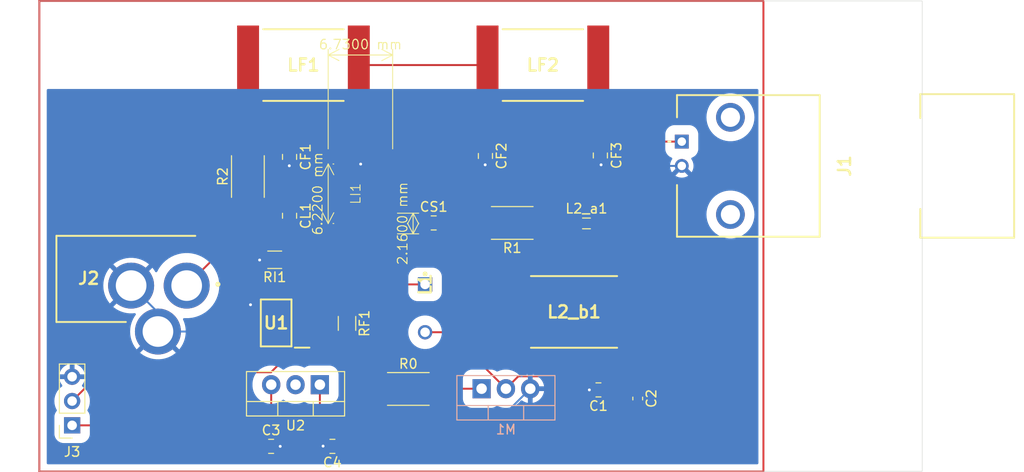
<source format=kicad_pcb>
(kicad_pcb (version 20240108) (generator "pcbnew") (generator_version "8.0")
  (title_block (title "10-meter band Class E amplifier (28-28.5 MHz)") (date "2024-11-20") (rev "alpha") (company "Ben Goldberg") (comment 1 "Input: 3V3 from RPi running FT8Pi") (comment 2 "Four modules: preamp, 12W Class E, impedance matching, low pass filter"))
  (layers (0 "F.Cu" signal) (31 "B.Cu" signal) (34 "B.Paste" user) (35 "F.Paste" user) (36 "B.SilkS" user "B.Silkscreen") (37 "F.SilkS" user "F.Silkscreen") (38 "B.Mask" user) (39 "F.Mask" user) (44 "Edge.Cuts" user))
  (net 0 "")
  (net 1 "0")
  (net 2 "Net-(M1-D)")
  (net 3 "Net-(U1-IN-)")
  (net 4 "GND")
  (net 5 "Net-(U1-OUT)")
  (net 6 "Net-(C2-Pad1)")
  (net 7 "Net-(J3-Pin_1)")
  (net 8 "Net-(U2-VI)")
  (net 9 "Net-(CF1-Pad1)")
  (net 10 "Net-(CF2-Pad1)")
  (net 11 "Net-(CL1-Pad1)")
  (net 12 "Net-(J1-In)")
  (net 13 "Net-(CL1-Pad2)")
  (net 14 "Net-(CS1-Pad2)")
  (net 15 "Net-(J2-POWER)")
  (net 16 "Net-(J3-Pin_2)")
  (net 17 "Net-(L2_a1-Pad1)")
  (net 18 "Net-(M1-G)")
  (footprint "Resistor_SMD:R_2512_6332Metric_Pad1.40x3.35mm_HandSolder" (layer "F.Cu") (at 143.45 96.35)
    (property "Reference" "R0" (at 0 -2.62 0) (layer "F.SilkS"))
    (property "Value" "0")
    (fp_line (start -2.177064 -1.71) (end 2.177064 -1.71) (stroke (width 0.12)) (layer "F.SilkS"))
    (fp_line (start -2.177064 1.71) (end 2.177064 1.71) (stroke (width 0.12)) (layer "F.SilkS"))
    (pad "1" smd roundrect (at -3.05 0) (size 1.4 3.35) (layers "F.Cu" "F.Paste" "F.Mask") (roundrect_rratio 0.178571) (net 5 "Net-(U1-OUT)"))
    (pad "2" smd roundrect (at 3.05 0) (size 1.4 3.35) (layers "F.Cu" "F.Paste" "F.Mask") (roundrect_rratio 0.178571) (net 18 "Net-(M1-G)"))
  )
  (footprint "Capacitor_SMD:C_0805_2012Metric_Pad1.18x1.45mm_HandSolder" (layer "F.Cu") (at 146.1 79)
    (property "Reference" "CS1" (at 0 -1.68 0) (layer "F.SilkS"))
    (property "Value" "200p")
    (fp_line (start -0.261252 -0.735) (end 0.261252 -0.735) (stroke (width 0.12)) (layer "F.SilkS"))
    (fp_line (start -0.261252 0.735) (end 0.261252 0.735) (stroke (width 0.12)) (layer "F.SilkS"))
    (pad "1" smd roundrect (at -1.0375 0) (size 1.175 1.45) (layers "F.Cu" "F.Paste" "F.Mask") (roundrect_rratio 0.212766) (net 13 "Net-(CL1-Pad2)"))
    (pad "2" smd roundrect (at 1.0375 0) (size 1.175 1.45) (layers "F.Cu" "F.Paste" "F.Mask") (roundrect_rratio 0.212766) (net 14 "Net-(CS1-Pad2)"))
  )
  (footprint "Connector_PinSocket_2.54mm:PinSocket_1x03_P2.54mm_Vertical" (layer "F.Cu") (at 108.35 100.155 180)
    (property "Reference" "J3" (at 0 -2.77 0) (layer "F.SilkS"))
    (property "Value" "Conn_01x03_Socket")
    (fp_line (start 1.33 1.27) (end 1.33 6.41) (stroke (width 0.12)) (layer "F.SilkS"))
    (fp_line (start 1.33 -1.33) (end 1.33 0) (stroke (width 0.12)) (layer "F.SilkS"))
    (fp_line (start 0 -1.33) (end 1.33 -1.33) (stroke (width 0.12)) (layer "F.SilkS"))
    (fp_line (start -1.33 6.41) (end 1.33 6.41) (stroke (width 0.12)) (layer "F.SilkS"))
    (fp_line (start -1.33 1.27) (end 1.33 1.27) (stroke (width 0.12)) (layer "F.SilkS"))
    (fp_line (start -1.33 1.27) (end -1.33 6.41) (stroke (width 0.12)) (layer "F.SilkS"))
    (pad "1" thru_hole rect (at 0 0 180) (size 1.7 1.7) (drill 1) (layers "*.Cu" "*.Mask") (net 7 "Net-(J3-Pin_1)"))
    (pad "2" thru_hole oval (at 0 2.54 180) (size 1.7 1.7) (drill 1) (layers "*.Cu" "*.Mask") (net 16 "Net-(J3-Pin_2)"))
    (pad "3" thru_hole oval (at 0 5.08 180) (size 1.7 1.7) (drill 1) (layers "*.Cu" "*.Mask") (net 1 "0"))
  )
  (footprint "Capacitor_SMD:C_0805_2012Metric_Pad1.18x1.45mm_HandSolder" (layer "F.Cu") (at 135.525 102.35 180)
    (property "Reference" "C4" (at 0 -1.68 180) (layer "F.SilkS"))
    (property "Value" "0.33u")
    (fp_line (start -0.261252 0.735) (end 0.261252 0.735) (stroke (width 0.12)) (layer "F.SilkS"))
    (fp_line (start -0.261252 -0.735) (end 0.261252 -0.735) (stroke (width 0.12)) (layer "F.SilkS"))
    (pad "1" smd roundrect (at -1.0375 0 180) (size 1.175 1.45) (layers "F.Cu" "F.Paste" "F.Mask") (roundrect_rratio 0.212766) (net 8 "Net-(U2-VI)"))
    (pad "2" smd roundrect (at 1.0375 0 180) (size 1.175 1.45) (layers "F.Cu" "F.Paste" "F.Mask") (roundrect_rratio 0.212766) (net 1 "0"))
  )
  (footprint "wireinductor0:2929SQ391GEC" (layer "F.Cu") (at 132.5 62.5 180)
    (property "Reference" "LF1" (at 0 0 0) (layer "F.SilkS") (effects (font (size 1.27 1.27) (thickness 0.254))))
    (property "Value" "390n" (hide yes))
    (fp_line (start 4.2 3.745) (end -4.2 3.745) (stroke (width 0.2)) (layer "F.SilkS"))
    (fp_line (start -4.2 -3.745) (end 4.2 -3.745) (stroke (width 0.2)) (layer "F.SilkS"))
    (pad "1" smd rect (at -5.78 0 180) (size 2.29 8.26) (layers "F.Cu" "F.Paste" "F.Mask") (net 10 "Net-(CF2-Pad1)"))
    (pad "2" smd rect (at 5.78 0 180) (size 2.29 8.26) (layers "F.Cu" "F.Paste" "F.Mask") (net 9 "Net-(CF1-Pad1)"))
  )
  (footprint "Capacitor_SMD:C_0805_2012Metric_Pad1.18x1.45mm_HandSolder" (layer "F.Cu") (at 163.3 96.45 180)
    (property "Reference" "C1" (at 0 -1.68 180) (layer "F.SilkS"))
    (property "Value" "10p")
    (fp_line (start -0.261252 0.735) (end 0.261252 0.735) (stroke (width 0.12)) (layer "F.SilkS"))
    (fp_line (start -0.261252 -0.735) (end 0.261252 -0.735) (stroke (width 0.12)) (layer "F.SilkS"))
    (pad "1" smd roundrect (at -1.0375 0 180) (size 1.175 1.45) (layers "F.Cu" "F.Paste" "F.Mask") (roundrect_rratio 0.212766) (net 2 "Net-(M1-D)"))
    (pad "2" smd roundrect (at 1.0375 0 180) (size 1.175 1.45) (layers "F.Cu" "F.Paste" "F.Mask") (roundrect_rratio 0.212766) (net 1 "0"))
  )
  (footprint "wireinductor1:2929SQ501GEC" (layer "F.Cu") (at 160.75 88.3)
    (property "Reference" "L2_b1" (at 0 0 0) (layer "F.SilkS") (effects (font (size 1.27 1.27) (thickness 0.254))))
    (property "Value" "500n" (hide yes))
    (fp_line (start -4.5 -3.745) (end 4.5 -3.745) (stroke (width 0.2)) (layer "F.SilkS"))
    (fp_line (start -4.5 3.745) (end 4.5 3.745) (stroke (width 0.2)) (layer "F.SilkS"))
    (pad "1" smd rect (at -6.605 0) (size 2.29 8.26) (layers "F.Cu" "F.Paste" "F.Mask") (net 17 "Net-(L2_a1-Pad1)"))
    (pad "2" smd rect (at 6.605 0) (size 2.29 8.26) (layers "F.Cu" "F.Paste" "F.Mask") (net 6 "Net-(C2-Pad1)"))
  )
  (footprint "Capacitor_SMD:C_0805_2012Metric_Pad1.18x1.45mm_HandSolder" (layer "F.Cu") (at 131.05 78.25 -90)
    (property "Reference" "CL1" (at 0 -1.68 -90) (layer "F.SilkS"))
    (property "Value" "110p")
    (fp_line (start -0.261252 0.735) (end 0.261252 0.735) (stroke (width 0.12)) (layer "F.SilkS"))
    (fp_line (start -0.261252 -0.735) (end 0.261252 -0.735) (stroke (width 0.12)) (layer "F.SilkS"))
    (pad "1" smd roundrect (at -1.0375 0 270) (size 1.175 1.45) (layers "F.Cu" "F.Paste" "F.Mask") (roundrect_rratio 0.212766) (net 11 "Net-(CL1-Pad1)"))
    (pad "2" smd roundrect (at 1.0375 0 270) (size 1.175 1.45) (layers "F.Cu" "F.Paste" "F.Mask") (roundrect_rratio 0.212766) (net 13 "Net-(CL1-Pad2)"))
  )
  (footprint "Resistor_SMD:R_2512_6332Metric_Pad1.40x3.35mm_HandSolder" (layer "F.Cu") (at 154.3 79 180)
    (property "Reference" "R1" (at 0 -2.62 180) (layer "F.SilkS"))
    (property "Value" "0")
    (fp_line (start -2.177064 1.71) (end 2.177064 1.71) (stroke (width 0.12)) (layer "F.SilkS"))
    (fp_line (start -2.177064 -1.71) (end 2.177064 -1.71) (stroke (width 0.12)) (layer "F.SilkS"))
    (pad "1" smd roundrect (at -3.05 0 180) (size 1.4 3.35) (layers "F.Cu" "F.Paste" "F.Mask") (roundrect_rratio 0.178571) (net 17 "Net-(L2_a1-Pad1)"))
    (pad "2" smd roundrect (at 3.05 0 180) (size 1.4 3.35) (layers "F.Cu" "F.Paste" "F.Mask") (roundrect_rratio 0.178571) (net 14 "Net-(CS1-Pad2)"))
  )
  (footprint "Capacitor_SMD:C_0805_2012Metric_Pad1.18x1.45mm_HandSolder" (layer "F.Cu") (at 131.05 72.1 -90)
    (property "Reference" "CF1" (at 0 -1.68 -90) (layer "F.SilkS"))
    (property "Value" "120p")
    (fp_line (start -0.261252 0.735) (end 0.261252 0.735) (stroke (width 0.12)) (layer "F.SilkS"))
    (fp_line (start -0.261252 -0.735) (end 0.261252 -0.735) (stroke (width 0.12)) (layer "F.SilkS"))
    (pad "1" smd roundrect (at -1.0375 0 270) (size 1.175 1.45) (layers "F.Cu" "F.Paste" "F.Mask") (roundrect_rratio 0.212766) (net 9 "Net-(CF1-Pad1)"))
    (pad "2" smd roundrect (at 1.0375 0 270) (size 1.175 1.45) (layers "F.Cu" "F.Paste" "F.Mask") (roundrect_rratio 0.212766) (net 1 "0"))
  )
  (footprint "barreljack:694106301002_1" (layer "F.Cu") (at 106.7095 89.35)
    (property "Reference" "J2" (at 3.376 -4.559 0) (layer "F.SilkS") (effects (font (size 1.27 1.27) (thickness 0.254))))
    (property "Value" "694106301002" (hide yes))
    (fp_line (start 0 -9) (end 14.5 -9) (stroke (width 0.2)) (layer "F.SilkS"))
    (fp_line (start 0 0) (end 0 -9) (stroke (width 0.2)) (layer "F.SilkS"))
    (fp_line (start 7.25 0) (end 0 0) (stroke (width 0.2)) (layer "F.SilkS"))
    (fp_circle (center 16.867 -3.939) (end 16.867 -3.875) (stroke (width 0.2)) (fill none) (layer "F.SilkS"))
    (pad "1" thru_hole circle (at 13.6 -3.8) (size 4.8 4.8) (drill 3.2) (layers "*.Cu" "*.Mask") (net 15 "Net-(J2-POWER)"))
    (pad "2" thru_hole circle (at 7.8 -3.8) (size 4.8 4.8) (drill 3.2) (layers "*.Cu" "*.Mask") (net 1 "0"))
    (pad "3" thru_hole circle (at 10.6 1) (size 4.8 4.8) (drill 3.2) (layers "*.Cu" "*.Mask") (net 1 "0"))
  )
  (footprint "Capacitor_SMD:C_0805_2012Metric_Pad1.18x1.45mm_HandSolder" (layer "F.Cu") (at 129.125 102.35)
    (property "Reference" "C3" (at 0 -1.68 0) (layer "F.SilkS"))
    (property "Value" "0.1u")
    (fp_line (start -0.261252 -0.735) (end 0.261252 -0.735) (stroke (width 0.12)) (layer "F.SilkS"))
    (fp_line (start -0.261252 0.735) (end 0.261252 0.735) (stroke (width 0.12)) (layer "F.SilkS"))
    (pad "1" smd roundrect (at -1.0375 0) (size 1.175 1.45) (layers "F.Cu" "F.Paste" "F.Mask") (roundrect_rratio 0.212766) (net 7 "Net-(J3-Pin_1)"))
    (pad "2" smd roundrect (at 1.0375 0) (size 1.175 1.45) (layers "F.Cu" "F.Paste" "F.Mask") (roundrect_rratio 0.212766) (net 1 "0"))
  )
  (footprint "BNC:CONBNC002" (layer "F.Cu") (at 172 70.5 -90)
    (property "Reference" "J1" (at 2.54 -16.989 90) (layer "F.SilkS") (effects (font (size 1.27 1.27) (thickness 0.254))))
    (property "Value" "Conn_Coaxial_Small" (hide yes))
    (fp_line (start 0 1.4) (end 0 1.2) (stroke (width 0.2)) (layer "F.SilkS"))
    (fp_line (start 0 1.2) (end 0 1.4) (stroke (width 0.2)) (layer "F.SilkS"))
    (fp_line (start -4.86 0.5) (end -2.54 0.5) (stroke (width 0.2)) (layer "F.SilkS"))
    (fp_line (start -4.86 0.5) (end -4.86 -14.4) (stroke (width 0.2)) (layer "F.SilkS"))
    (fp_line (start 9.94 0.5) (end 4.54 0.5) (stroke (width 0.2)) (layer "F.SilkS"))
    (fp_line (start -4.86 -14.4) (end 9.94 -14.4) (stroke (width 0.2)) (layer "F.SilkS"))
    (fp_line (start 9.94 -14.4) (end 9.94 0.5) (stroke (width 0.2)) (layer "F.SilkS"))
    (fp_line (start -4.96 -24.9) (end -4.96 -34.7) (stroke (width 0.2)) (layer "F.SilkS"))
    (fp_line (start -2.46 -24.9) (end -4.96 -24.9) (stroke (width 0.2)) (layer "F.SilkS"))
    (fp_line (start 7.54 -24.9) (end 7.04 -24.9) (stroke (width 0.2)) (layer "F.SilkS"))
    (fp_line (start 10.04 -24.9) (end 7.54 -24.9) (stroke (width 0.2)) (layer "F.SilkS"))
    (fp_line (start -4.96 -34.7) (end 10.04 -34.7) (stroke (width 0.2)) (layer "F.SilkS"))
    (fp_line (start 10.04 -34.7) (end 10.04 -24.9) (stroke (width 0.2)) (layer "F.SilkS"))
    (pad "1" thru_hole rect (at 0 0 270) (size 1.446 1.446) (drill 0.89) (layers "*.Cu" "*.Mask") (net 12 "Net-(J1-In)"))
    (pad "2" thru_hole circle (at 2.54 0 270) (size 1.446 1.446) (drill 0.89) (layers "*.Cu" "*.Mask") (net 1 "0"))
    (pad "MH1" thru_hole circle (at -2.54 -5.08 270) (size 3 3) (drill 2) (layers "*.Cu" "*.Mask"))
    (pad "MH2" thru_hole circle (at 7.62 -5.08 270) (size 3 3) (drill 2) (layers "*.Cu" "*.Mask"))
  )
  (footprint "Capacitor_SMD:C_0805_2012Metric_Pad1.18x1.45mm_HandSolder" (layer "F.Cu") (at 151.5 72 -90)
    (property "Reference" "CF2" (at 0 -1.68 -90) (layer "F.SilkS"))
    (property "Value" "220p")
    (fp_line (start -0.261252 0.735) (end 0.261252 0.735) (stroke (width 0.12)) (layer "F.SilkS"))
    (fp_line (start -0.261252 -0.735) (end 0.261252 -0.735) (stroke (width 0.12)) (layer "F.SilkS"))
    (pad "1" smd roundrect (at -1.0375 0 270) (size 1.175 1.45) (layers "F.Cu" "F.Paste" "F.Mask") (roundrect_rratio 0.212766) (net 10 "Net-(CF2-Pad1)"))
    (pad "2" smd roundrect (at 1.0375 0 270) (size 1.175 1.45) (layers "F.Cu" "F.Paste" "F.Mask") (roundrect_rratio 0.212766) (net 1 "0"))
  )
  (footprint "Capacitor_SMD:C_0805_2012Metric_Pad1.18x1.45mm_HandSolder" (layer "F.Cu") (at 163.5 71.95 -90)
    (property "Reference" "CF3" (at 0 -1.68 -90) (layer "F.SilkS"))
    (property "Value" "120p")
    (fp_line (start -0.261252 0.735) (end 0.261252 0.735) (stroke (width 0.12)) (layer "F.SilkS"))
    (fp_line (start -0.261252 -0.735) (end 0.261252 -0.735) (stroke (width 0.12)) (layer "F.SilkS"))
    (pad "1" smd roundrect (at -1.0375 0 270) (size 1.175 1.45) (layers "F.Cu" "F.Paste" "F.Mask") (roundrect_rratio 0.212766) (net 12 "Net-(J1-In)"))
    (pad "2" smd roundrect (at 1.0375 0 270) (size 1.175 1.45) (layers "F.Cu" "F.Paste" "F.Mask") (roundrect_rratio 0.212766) (net 1 "0"))
  )
  (footprint "LT1818:SOIC127P599X175-8N" (layer "F.Cu") (at 129.65 89.45 180)
    (property "Reference" "U1" (at 0 0 0) (layer "F.SilkS") (effects (font (size 1.27 1.27) (thickness 0.254))))
    (property "Value" "LT1818" (hide yes))
    (fp_line (start 1.6 2.451) (end -1.6 2.451) (stroke (width 0.2)) (layer "F.SilkS"))
    (fp_line (start 1.6 -2.451) (end 1.6 2.451) (stroke (width 0.2)) (layer "F.SilkS"))
    (fp_line (start -1.6 2.451) (end -1.6 -2.451) (stroke (width 0.2)) (layer "F.SilkS"))
    (fp_line (start -1.6 -2.451) (end 1.6 -2.451) (stroke (width 0.2)) (layer "F.SilkS"))
    (fp_line (start -3.475 -2.58) (end -1.95 -2.58) (stroke (width 0.2)) (layer "F.SilkS"))
    (pad "1" smd rect (at -2.712 -1.905 270) (size 0.65 1.526) (layers "F.Cu" "F.Paste" "F.Mask") (net 16 "Net-(J3-Pin_2)"))
    (pad "2" smd rect (at -2.712 -0.635 270) (size 0.65 1.526) (layers "F.Cu" "F.Paste" "F.Mask") (net 3 "Net-(U1-IN-)"))
    (pad "3" smd rect (at -2.712 0.635 270) (size 0.65 1.526) (layers "F.Cu" "F.Paste" "F.Mask") (net 5 "Net-(U1-OUT)"))
    (pad "4" smd rect (at -2.712 1.905 270) (size 0.65 1.526) (layers "F.Cu" "F.Paste" "F.Mask") (net 15 "Net-(J2-POWER)"))
    (pad "5" smd rect (at 2.712 1.905 270) (size 0.65 1.526) (layers "F.Cu" "F.Paste" "F.Mask") (net 1 "0"))
    (pad "6" smd rect (at 2.712 0.635 270) (size 0.65 1.526) (layers "F.Cu" "F.Paste" "F.Mask"))
    (pad "7" smd rect (at 2.712 -0.635 270) (size 0.65 1.526) (layers "F.Cu" "F.Paste" "F.Mask"))
    (pad "8" smd rect (at 2.712 -1.905 270) (size 0.65 1.526) (layers "F.Cu" "F.Paste" "F.Mask"))
  )
  (footprint "Resistor_SMD:R_2512_6332Metric_Pad1.40x3.35mm_HandSolder" (layer "F.Cu") (at 126.7 74.15 90)
    (property "Reference" "R2" (at 0 -2.62 90) (layer "F.SilkS"))
    (property "Value" "0")
    (fp_line (start -2.177064 -1.71) (end 2.177064 -1.71) (stroke (width 0.12)) (layer "F.SilkS"))
    (fp_line (start -2.177064 1.71) (end 2.177064 1.71) (stroke (width 0.12)) (layer "F.SilkS"))
    (pad "1" smd roundrect (at -3.05 0 90) (size 1.4 3.35) (layers "F.Cu" "F.Paste" "F.Mask") (roundrect_rratio 0.178571) (net 11 "Net-(CL1-Pad1)"))
    (pad "2" smd roundrect (at 3.05 0 90) (size 1.4 3.35) (layers "F.Cu" "F.Paste" "F.Mask") (roundrect_rratio 0.178571) (net 9 "Net-(CF1-Pad1)"))
  )
  (footprint "Capacitor_SMD:C_0603_1608Metric_Pad1.08x0.95mm_HandSolder" (layer "F.Cu") (at 167.4 97.35 -90)
    (property "Reference" "C2" (at 0 -1.43 -90) (layer "F.SilkS"))
    (property "Value" "100pF")
    (fp_line (start -0.146267 0.51) (end 0.146267 0.51) (stroke (width 0.12)) (layer "F.SilkS"))
    (fp_line (start -0.146267 -0.51) (end 0.146267 -0.51) (stroke (width 0.12)) (layer "F.SilkS"))
    (pad "1" smd roundrect (at -0.8625 0 270) (size 1.075 0.95) (layers "F.Cu" "F.Paste" "F.Mask") (net 6 "Net-(C2-Pad1)"))
    (pad "2" smd roundrect (at 0.8625 0 270) (size 1.075 0.95) (layers "F.Cu" "F.Paste" "F.Mask") (net 2 "Net-(M1-D)"))
  )
  (footprint "Package_TO_SOT_THT:TO-220-3_Vertical" (layer "F.Cu") (at 134.215 95.905 180)
    (property "Reference" "U2" (at 2.54 -4.27 0) (layer "F.SilkS"))
    (property "Value" "LM7805_TO220")
    (fp_line (start 7.66 -3.27) (end 7.66 1.371) (stroke (width 0.12)) (layer "F.SilkS"))
    (fp_line (start 4.391 -3.27) (end 4.391 -1.76) (stroke (width 0.12)) (layer "F.SilkS"))
    (fp_line (start 0.69 -3.27) (end 0.69 -1.76) (stroke (width 0.12)) (layer "F.SilkS"))
    (fp_line (start -2.58 1.371) (end 7.66 1.371) (stroke (width 0.12)) (layer "F.SilkS"))
    (fp_line (start -2.58 -1.76) (end 7.66 -1.76) (stroke (width 0.12)) (layer "F.SilkS"))
    (fp_line (start -2.58 -3.27) (end 7.66 -3.27) (stroke (width 0.12)) (layer "F.SilkS"))
    (fp_line (start -2.58 -3.27) (end -2.58 1.371) (stroke (width 0.12)) (layer "F.SilkS"))
    (pad "1" thru_hole rect (at 0 0 180) (size 1.905 2) (drill 1.1) (layers "*.Cu" "*.Mask") (net 8 "Net-(U2-VI)"))
    (pad "2" thru_hole oval (at 2.54 0 180) (size 1.905 2) (drill 1.1) (layers "*.Cu" "*.Mask") (net 4 "GND"))
    (pad "3" thru_hole oval (at 5.08 0 180) (size 1.905 2) (drill 1.1) (layers "*.Cu" "*.Mask") (net 7 "Net-(J3-Pin_1)"))
  )
  (footprint "Inductor_SMD:L_0805_2012Metric_Pad1.05x1.20mm_HandSolder" (layer "F.Cu") (at 162.05 79.05)
    (property "Reference" "L2_a1" (at 0 -1.55 0) (layer "F.SilkS"))
    (property "Value" "1.5µ")
    (fp_line (start -0.410242 -0.56) (end 0.410242 -0.56) (stroke (width 0.12)) (layer "F.SilkS"))
    (fp_line (start -0.410242 0.56) (end 0.410242 0.56) (stroke (width 0.12)) (layer "F.SilkS"))
    (pad "1" smd roundrect (at -1.15 0) (size 1.05 1.2) (layers "F.Cu" "F.Paste" "F.Mask") (roundrect_rratio 0.238095) (net 17 "Net-(L2_a1-Pad1)"))
    (pad "2" smd roundrect (at 1.15 0) (size 1.05 1.2) (layers "F.Cu" "F.Paste" "F.Mask") (roundrect_rratio 0.238095) (net 6 "Net-(C2-Pad1)"))
  )
  (footprint "custom:130nH_WLQC2222H0GR13LB" (layer "F.Cu") (at 138.45 75.95 90)
    (property "Reference" "LI1" (at 0 -0.5 90) (layer "F.SilkS") (effects (font (thickness 0.1))))
    (property "Value" "130n")
    (dimension (type aligned) (layer "F.SilkS") (pts (xy 141.815 80.14) (xy 141.815 77.98)) (height 2.135) (gr_text "2.1600 mm" (at 142.85 79.06 90) (layer "F.SilkS") (effects (font (size 1 1) (thickness 0.1)))) (format (prefix "") (suffix "") (units 3) (units_format 1) (precision 4)) (style (thickness 0.1) (arrow_length 1.27) (text_position_mode 0) (extension_height 0.58642) (extension_offset 0.5) keep_text_aligned))
    (dimension (type aligned) (layer "F.SilkS") (pts (xy 135.085 72.84) (xy 135.085 79.06)) (height 0) (gr_text "6.2200 mm" (at 133.985 75.95 90) (layer "F.SilkS") (effects (font (size 1 1) (thickness 0.1)))) (format (prefix "") (suffix "") (units 3) (units_format 1) (precision 4)) (style (thickness 0.1) (arrow_length 1.27) (text_position_mode 0) (extension_height 0.58642) (extension_offset 0.5) keep_text_aligned))
    (dimension (type aligned) (layer "F.SilkS") (pts (xy 135.085 71.76) (xy 141.815 71.76)) (height -10.31) (gr_text "6.7300 mm" (at 138.45 60.35 0) (layer "F.SilkS") (effects (font (size 1 1) (thickness 0.1)))) (format (prefix "") (suffix "") (units 3) (units_format 1) (precision 4)) (style (thickness 0.1) (arrow_length 1.27) (text_position_mode 0) (extension_height 0.58642) (extension_offset 0.5) keep_text_aligned))
    (pad "1" smd rect (at -3.11 0 90) (size 2.16 6.73) (layers "F.Cu" "F.Paste" "F.Mask") (net 13 "Net-(CL1-Pad2)"))
    (pad "2" smd rect (at 3.11 0 90) (size 2.16 6.73) (layers "F.Cu" "F.Paste" "F.Mask") (net 1 "0"))
  )
  (footprint "10uH:B82144B__6.5D_" (layer "F.Cu") (at 145.2 85.425 -90)
    (property "Reference" "L1" (at 0 0 90) (layer "F.SilkS") (effects (font (size 1.27 1.27) (thickness 0.254))))
    (property "Value" "10µH" (hide yes))
    (fp_circle (center -1.1 0) (end -1.1 0.05) (stroke (width 0.2)) (fill none) (layer "F.SilkS"))
    (pad "1" thru_hole rect (at 0 0 270) (size 1.5 1.5) (drill 1) (layers "*.Cu" "*.Mask") (net 15 "Net-(J2-POWER)"))
    (pad "2" thru_hole circle (at 5 0 270) (size 1.5 1.5) (drill 1) (layers "*.Cu" "*.Mask") (net 2 "Net-(M1-D)"))
  )
  (footprint "Resistor_SMD:R_1206_3216Metric_Pad1.30x1.75mm_HandSolder" (layer "F.Cu") (at 129.5 82.85 180)
    (property "Reference" "RI1" (at 0 -1.82 0) (layer "F.SilkS"))
    (property "Value" "1k")
    (fp_line (start -0.727064 0.91) (end 0.727064 0.91) (stroke (width 0.12)) (layer "F.SilkS"))
    (fp_line (start -0.727064 -0.91) (end 0.727064 -0.91) (stroke (width 0.12)) (layer "F.SilkS"))
    (pad "1" smd roundrect (at -1.55 0 180) (size 1.3 1.75) (layers "F.Cu" "F.Paste" "F.Mask") (roundrect_rratio 0.192308) (net 3 "Net-(U1-IN-)"))
    (pad "2" smd roundrect (at 1.55 0 180) (size 1.3 1.75) (layers "F.Cu" "F.Paste" "F.Mask") (roundrect_rratio 0.192308) (net 1 "0"))
  )
  (footprint "wireinductor0:2929SQ391GEC" (layer "F.Cu") (at 157.5 62.5 180)
    (property "Reference" "LF2" (at 0 0 0) (layer "F.SilkS") (effects (font (size 1.27 1.27) (thickness 0.254))))
    (property "Value" "390n" (hide yes))
    (fp_line (start 4.2 3.745) (end -4.2 3.745) (stroke (width 0.2)) (layer "F.SilkS"))
    (fp_line (start -4.2 -3.745) (end 4.2 -3.745) (stroke (width 0.2)) (layer "F.SilkS"))
    (pad "1" smd rect (at -5.78 0 180) (size 2.29 8.26) (layers "F.Cu" "F.Paste" "F.Mask") (net 12 "Net-(J1-In)"))
    (pad "2" smd rect (at 5.78 0 180) (size 2.29 8.26) (layers "F.Cu" "F.Paste" "F.Mask") (net 10 "Net-(CF2-Pad1)"))
  )
  (footprint "Resistor_SMD:R_1206_3216Metric_Pad1.30x1.75mm_HandSolder" (layer "F.Cu") (at 137.05 89.5 -90)
    (property "Reference" "RF1" (at 0 -1.82 90) (layer "F.SilkS"))
    (property "Value" "3.3k")
    (fp_line (start -0.727064 0.91) (end 0.727064 0.91) (stroke (width 0.12)) (layer "F.SilkS"))
    (fp_line (start -0.727064 -0.91) (end 0.727064 -0.91) (stroke (width 0.12)) (layer "F.SilkS"))
    (pad "1" smd roundrect (at -1.55 0 270) (size 1.3 1.75) (layers "F.Cu" "F.Paste" "F.Mask") (roundrect_rratio 0.192308) (net 5 "Net-(U1-OUT)"))
    (pad "2" smd roundrect (at 1.55 0 270) (size 1.3 1.75) (layers "F.Cu" "F.Paste" "F.Mask") (roundrect_rratio 0.192308) (net 3 "Net-(U1-IN-)"))
  )
  (footprint "Package_TO_SOT_THT:TO-220-3_Vertical" (layer "B.Cu") (at 151.1 96.325)
    (property "Reference" "M1" (at 2.54 4.27 0) (layer "B.SilkS") (effects (justify mirror)))
    (property "Value" "RD16HHF1")
    (fp_line (start -2.58 -1.371) (end -2.58 3.27) (stroke (width 0.12)) (layer "B.SilkS"))
    (fp_line (start 0.69 1.76) (end 0.69 3.27) (stroke (width 0.12)) (layer "B.SilkS"))
    (fp_line (start 4.391 1.76) (end 4.391 3.27) (stroke (width 0.12)) (layer "B.SilkS"))
    (fp_line (start 7.66 -1.371) (end -2.58 -1.371) (stroke (width 0.12)) (layer "B.SilkS"))
    (fp_line (start 7.66 -1.371) (end 7.66 3.27) (stroke (width 0.12)) (layer "B.SilkS"))
    (fp_line (start 7.66 1.76) (end -2.58 1.76) (stroke (width 0.12)) (layer "B.SilkS"))
    (fp_line (start 7.66 3.27) (end -2.58 3.27) (stroke (width 0.12)) (layer "B.SilkS"))
    (pad "1" thru_hole oval (at 2.54 0) (size 1.905 2) (drill 1.1) (layers "*.Cu" "*.Mask") (net 2 "Net-(M1-D)"))
    (pad "2" thru_hole rect (at 0 0) (size 1.905 2) (drill 1.1) (layers "*.Cu" "*.Mask") (net 18 "Net-(M1-G)"))
    (pad "3" thru_hole oval (at 5.08 0) (size 1.905 2) (drill 1.1) (layers "*.Cu" "*.Mask") (net 1 "0"))
  )
  (gr_rect (start 104.925 55.8) (end 180.525 104.975) (stroke (width 0.2)) (fill none) (layer "F.Cu"))
  (gr_rect (start 104.925 55.8) (end 197.1 104.95) (stroke (width 0.05)) (fill none) (layer "Edge.Cuts"))
  (segment (start 163.525 72.925) (end 163.5 72.9) (width 0.2) (layer "F.Cu") (net 1))
  (segment (start 117.3095 88.35) (end 117.3095 90.35) (width 0.2) (layer "F.Cu") (net 1))
  (segment (start 163.575 72.925) (end 163.525 72.925) (width 0.2) (layer "F.Cu") (net 1))
  (via (at 163.575 72.925) (size 0.6) (drill 0.3) (layers "F.Cu" "B.Cu") (net 1))
  (via (at 138.475 72.85) (size 0.6) (drill 0.3) (layers "F.Cu" "B.Cu") (net 1))
  (via (at 126.975 87.55) (size 0.6) (drill 0.3) (layers "F.Cu" "B.Cu") (net 1))
  (via (at 134.55 102.325) (size 0.6) (drill 0.3) (layers "F.Cu" "B.Cu") (net 1))
  (via (at 162.35 96.45) (size 0.6) (drill 0.3) (layers "F.Cu" "B.Cu") (net 1))
  (via (at 151.475 72.925) (size 0.6) (drill 0.3) (layers "F.Cu" "B.Cu") (net 1))
  (via (at 127.925 82.875) (size 0.6) (drill 0.3) (layers "F.Cu" "B.Cu") (net 1))
  (via (at 131.025 73.025) (size 0.6) (drill 0.3) (layers "F.Cu" "B.Cu") (net 1))
  (via (at 130.075 102.35) (size 0.6) (drill 0.3) (layers "F.Cu" "B.Cu") (net 1))
  (segment (start 114.5095 85.55) (end 117.3095 88.35) (width 0.2) (layer "B.Cu") (net 1))
  (segment (start 131.025 79.775) (end 127.925 82.875) (width 0.2) (layer "B.Cu") (net 1))
  (segment (start 172 73.04) (end 163.69 73.04) (width 0.2) (layer "B.Cu") (net 1))
  (segment (start 134.55 102.325) (end 134.525 102.35) (width 0.2) (layer "B.Cu") (net 1))
  (segment (start 130.075 102.35) (end 124.175 96.45) (width 0.2) (layer "B.Cu") (net 1))
  (segment (start 112.5595 95.1) (end 117.3095 90.35) (width 0.2) (layer "B.Cu") (net 1))
  (segment (start 138.475 72.85) (end 151.4 72.85) (width 0.2) (layer "B.Cu") (net 1))
  (segment (start 151.4 72.85) (end 151.475 72.925) (width 0.2) (layer "B.Cu") (net 1))
  (segment (start 117.3095 90.35) (end 124.175 90.35) (width 0.2) (layer "B.Cu") (net 1))
  (segment (start 156.45 96.325) (end 156.575 96.45) (width 0.2) (layer "B.Cu") (net 1))
  (segment (start 108.35 95.1) (end 112.5595 95.1) (width 0.2) (layer "B.Cu") (net 1))
  (segment (start 134.525 102.35) (end 130.075 102.35) (width 0.2) (layer "B.Cu") (net 1))
  (segment (start 134.55 102.325) (end 150.18 102.325) (width 0.2) (layer "B.Cu") (net 1))
  (segment (start 150.18 102.325) (end 156.18 96.325) (width 0.2) (layer "B.Cu") (net 1))
  (segment (start 108.35 95.075) (end 108.35 95.1) (width 0.2) (layer "B.Cu") (net 1))
  (segment (start 138.3 73.025) (end 138.475 72.85) (width 0.2) (layer "B.Cu") (net 1))
  (segment (start 124.175 96.45) (end 124.175 90.35) (width 0.2) (layer "B.Cu") (net 1))
  (segment (start 131.025 73.025) (end 138.3 73.025) (width 0.2) (layer "B.Cu") (net 1))
  (segment (start 163.69 73.04) (end 163.575 72.925) (width 0.2) (layer "B.Cu") (net 1))
  (segment (start 163.575 72.925) (end 151.475 72.925) (width 0.2) (layer "B.Cu") (net 1))
  (segment (start 131.025 73.025) (end 131.025 79.775) (width 0.2) (layer "B.Cu") (net 1))
  (segment (start 156.575 96.45) (end 162.35 96.45) (width 0.2) (layer "B.Cu") (net 1))
  (segment (start 156.18 96.325) (end 156.45 96.325) (width 0.2) (layer "B.Cu") (net 1))
  (segment (start 126.975 83.825) (end 127.925 82.875) (width 0.2) (layer "B.Cu") (net 1))
  (segment (start 126.975 87.55) (end 126.975 83.825) (width 0.2) (layer "B.Cu") (net 1))
  (segment (start 124.175 90.35) (end 126.975 87.55) (width 0.2) (layer "B.Cu") (net 1))
  (segment (start 147.74 90.425) (end 145.2 90.425) (width 0.2) (layer "F.Cu") (net 2))
  (segment (start 165.925 98.125) (end 164.25 96.45) (width 0.2) (layer "F.Cu") (net 2))
  (segment (start 153.64 96.325) (end 147.74 90.425) (width 0.2) (layer "F.Cu") (net 2))
  (segment (start 167.4 98.125) (end 165.925 98.125) (width 0.2) (layer "F.Cu") (net 2))
  (segment (start 162.825 95.025) (end 164.25 96.45) (width 0.2) (layer "F.Cu") (net 2))
  (segment (start 153.64 96.325) (end 154.94 95.025) (width 0.2) (layer "F.Cu") (net 2))
  (segment (start 154.94 95.025) (end 162.825 95.025) (width 0.2) (layer "F.Cu") (net 2))
  (segment (start 131.05 82.85) (end 130.975 82.85) (width 0.2) (layer "F.Cu") (net 3))
  (segment (start 131.05 89.191) (end 131.944 90.085) (width 0.2) (layer "F.Cu") (net 3))
  (segment (start 136.085 90.085) (end 132.362 90.085) (width 0.2) (layer "F.Cu") (net 3))
  (segment (start 131.944 90.085) (end 132.362 90.085) (width 0.2) (layer "F.Cu") (net 3))
  (segment (start 137.05 91.05) (end 136.085 90.085) (width 0.2) (layer "F.Cu") (net 3))
  (segment (start 130.975 82.85) (end 130.95 82.825) (width 0.2) (layer "F.Cu") (net 3))
  (segment (start 131.05 82.85) (end 131.05 89.191) (width 0.2) (layer "F.Cu") (net 3))
  (segment (start 137.05 87.95) (end 140.4875 91.3875) (width 0.2) (layer "F.Cu") (net 5))
  (segment (start 140.4875 91.3875) (end 140.4875 96.35) (width 0.2) (layer "F.Cu") (net 5))
  (segment (start 137.05 87.95) (end 136.185 88.815) (width 0.2) (layer "F.Cu") (net 5))
  (segment (start 136.185 88.815) (end 132.362 88.815) (width 0.2) (layer "F.Cu") (net 5))
  (segment (start 167.355 95.83) (end 167.355 88.3) (width 0.2) (layer "F.Cu") (net 6))
  (segment (start 167.4 96.575) (end 167.45 96.575) (width 0.2) (layer "F.Cu") (net 6))
  (segment (start 167.45 96.575) (end 167.45 95.925) (width 0.2) (layer "F.Cu") (net 6))
  (segment (start 167.355 83.2925) (end 163.1125 79.05) (width 0.2) (layer "F.Cu") (net 6))
  (segment (start 167.355 88.3) (end 167.355 83.2925) (width 0.2) (layer "F.Cu") (net 6))
  (segment (start 167.45 95.925) (end 167.355 95.83) (width 0.2) (layer "F.Cu") (net 6))
  (segment (start 125.98 100.155) (end 128.175 102.35) (width 0.2) (layer "F.Cu") (net 7))
  (segment (start 129.135 101.39) (end 129.135 95.905) (width 0.2) (layer "F.Cu") (net 7))
  (segment (start 108.35 100.155) (end 125.98 100.155) (width 0.2) (layer "F.Cu") (net 7))
  (segment (start 128.175 102.35) (end 129.135 101.39) (width 0.2) (layer "F.Cu") (net 7))
  (segment (start 134.215 95.905) (end 134.215 100.09) (width 0.2) (layer "F.Cu") (net 8))
  (segment (start 134.215 100.09) (end 136.475 102.35) (width 0.2) (layer "F.Cu") (net 8))
  (segment (start 126.72 71.1675) (end 126.7 71.1875) (width 0.2) (layer "F.Cu") (net 9))
  (segment (start 126.72 62.5) (end 126.72 71.1675) (width 0.2) (layer "F.Cu") (net 9))
  (segment (start 126.7375 71.15) (end 126.7 71.1875) (width 0.2) (layer "F.Cu") (net 9))
  (segment (start 131.05 71.15) (end 126.7375 71.15) (width 0.2) (layer "F.Cu") (net 9))
  (segment (start 138.28 62.5) (end 151.72 62.5) (width 0.2) (layer "F.Cu") (net 10))
  (segment (start 151.72 62.5) (end 151.72 70.83) (width 0.2) (layer "F.Cu") (net 10))
  (segment (start 151.72 70.83) (end 151.5 71.05) (width 0.2) (layer "F.Cu") (net 10))
  (segment (start 130.8625 77.1125) (end 131.05 77.3) (width 0.2) (layer "F.Cu") (net 11))
  (segment (start 126.7 77.1125) (end 130.8625 77.1125) (width 0.2) (layer "F.Cu") (net 11))
  (segment (start 163.28 62.5) (end 163.28 70.78) (width 0.2) (layer "F.Cu") (net 12))
  (segment (start 172 70.5) (end 164 70.5) (width 0.2) (layer "F.Cu") (net 12))
  (segment (start 163.28 70.78) (end 163.5 71) (width 0.2) (layer "F.Cu") (net 12))
  (segment (start 164 70.5) (end 163.5 71) (width 0.2) (layer "F.Cu") (net 12))
  (segment (start 138.31 79.2) (end 138.45 79.06) (width 0.2) (layer "F.Cu") (net 13))
  (segment (start 131.05 79.2) (end 138.31 79.2) (width 0.2) (layer "F.Cu") (net 13))
  (segment (start 145.15 79) (end 138.51 79) (width 0.2) (layer "F.Cu") (net 13))
  (segment (start 138.51 79) (end 138.45 79.06) (width 0.2) (layer "F.Cu") (net 13))
  (segment (start 151.3375 79) (end 147.05 79) (width 0.2) (layer "F.Cu") (net 14))
  (segment (start 134.675 85.425) (end 134.482 85.425) (width 0.2) (layer "F.Cu") (net 15))
  (segment (start 130.449744 80.44) (end 134.675 84.665256) (width 0.2) (layer "F.Cu") (net 15))
  (segment (start 145.2 85.425) (end 134.675 85.425) (width 0.2) (layer "F.Cu") (net 15))
  (segment (start 125.4195 80.44) (end 130.449744 80.44) (width 0.2) (layer "F.Cu") (net 15))
  (segment (start 134.675 84.665256) (end 134.675 85.425) (width 0.2) (layer "F.Cu") (net 15))
  (segment (start 134.482 85.425) (end 132.362 87.545) (width 0.2) (layer "F.Cu") (net 15))
  (segment (start 120.3095 85.55) (end 125.4195 80.44) (width 0.2) (layer "F.Cu") (net 15))
  (segment (start 108.35 97.615) (end 111.36 94.605) (width 0.2) (layer "F.Cu") (net 16))
  (segment (start 111.36 94.605) (end 129.112 94.605) (width 0.2) (layer "F.Cu") (net 16))
  (segment (start 129.112 94.605) (end 132.362 91.355) (width 0.2) (layer "F.Cu") (net 16))
  (segment (start 160.9875 79.05) (end 157.3125 79.05) (width 0.2) (layer "F.Cu") (net 17))
  (segment (start 157.3125 79.05) (end 157.2625 79) (width 0.2) (layer "F.Cu") (net 17))
  (segment (start 157.2625 85.1825) (end 154.145 88.3) (width 0.2) (layer "F.Cu") (net 17))
  (segment (start 157.2625 79) (end 157.2625 85.1825) (width 0.2) (layer "F.Cu") (net 17))
  (segment (start 146.4375 96.325) (end 146.4125 96.35) (width 0.2) (layer "F.Cu") (net 18))
  (segment (start 151.1 96.325) (end 146.4375 96.325) (width 0.2) (layer "F.Cu") (net 18))
  (zone (net 1) (net_name "0") (layer "B.Cu") (name "ground") (connect_pads (clearance 1)) (min_thickness 0.25) (fill yes (thermal_gap 0.5) (thermal_bridge_width 0.5))
    (polygon (pts (xy 180 104.225) (xy 180 65) (xy 105.7 65) (xy 105.7 104.225)))
  )
)
</source>
